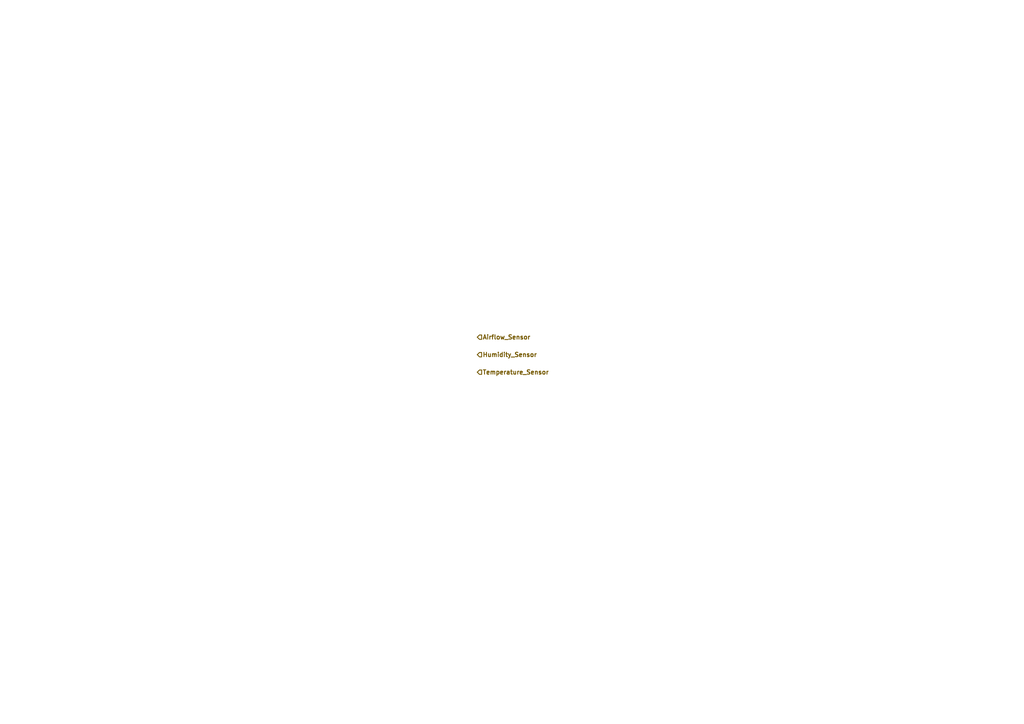
<source format=kicad_sch>
(kicad_sch
	(version 20250114)
	(generator "eeschema")
	(generator_version "9.0")
	(uuid "a75b9d60-efe3-42a6-8800-d99f3a66afe7")
	(paper "A4")
	(lib_symbols)
	(hierarchical_label "Temperature_Sensor"
		(shape input)
		(at 138.43 107.95 0)
		(effects
			(font
				(size 1.27 1.27)
				(bold yes)
			)
			(justify left)
		)
		(uuid "7f4d25a1-ccc1-4f5a-84a3-e842cd6adaa2")
	)
	(hierarchical_label "Airflow_Sensor"
		(shape input)
		(at 138.43 97.79 0)
		(effects
			(font
				(size 1.27 1.27)
				(bold yes)
			)
			(justify left)
		)
		(uuid "dc6f0684-1f60-4356-87ad-bd12ce9a9f10")
	)
	(hierarchical_label "Humidity_Sensor"
		(shape input)
		(at 138.43 102.87 0)
		(effects
			(font
				(size 1.27 1.27)
				(bold yes)
			)
			(justify left)
		)
		(uuid "f7d1981a-eafd-48ce-8dbb-af7c3f04511e")
	)
)

</source>
